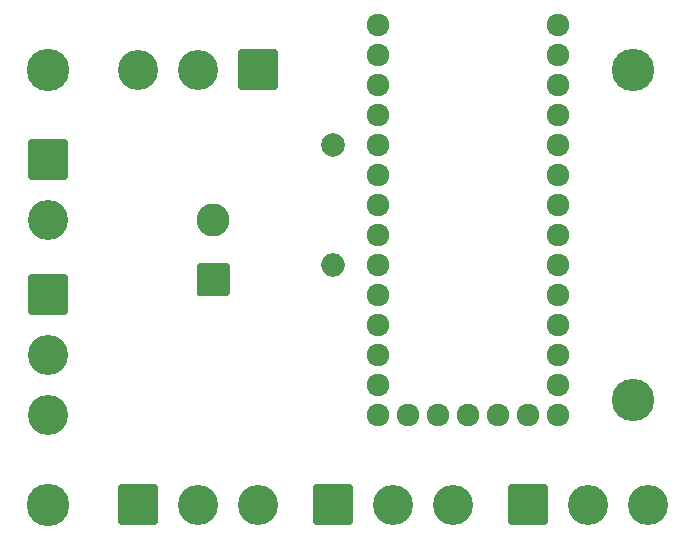
<source format=gbr>
G04 #@! TF.GenerationSoftware,KiCad,Pcbnew,(5.1.9)-1*
G04 #@! TF.CreationDate,2021-02-19T15:38:56-08:00*
G04 #@! TF.ProjectId,desklamp,6465736b-6c61-46d7-902e-6b696361645f,rev?*
G04 #@! TF.SameCoordinates,Original*
G04 #@! TF.FileFunction,Soldermask,Top*
G04 #@! TF.FilePolarity,Negative*
%FSLAX46Y46*%
G04 Gerber Fmt 4.6, Leading zero omitted, Abs format (unit mm)*
G04 Created by KiCad (PCBNEW (5.1.9)-1) date 2021-02-19 15:38:56*
%MOMM*%
%LPD*%
G01*
G04 APERTURE LIST*
%ADD10C,3.400000*%
%ADD11C,2.800000*%
%ADD12C,2.000000*%
%ADD13O,2.000000X2.000000*%
%ADD14C,3.600000*%
%ADD15C,1.924000*%
G04 APERTURE END LIST*
G36*
G01*
X153440000Y-79580000D02*
X156440000Y-79580000D01*
G75*
G02*
X156640000Y-79780000I0J-200000D01*
G01*
X156640000Y-82780000D01*
G75*
G02*
X156440000Y-82980000I-200000J0D01*
G01*
X153440000Y-82980000D01*
G75*
G02*
X153240000Y-82780000I0J200000D01*
G01*
X153240000Y-79780000D01*
G75*
G02*
X153440000Y-79580000I200000J0D01*
G01*
G37*
D10*
X154940000Y-86360000D03*
G36*
G01*
X170110000Y-92840000D02*
X167710000Y-92840000D01*
G75*
G02*
X167510000Y-92640000I0J200000D01*
G01*
X167510000Y-90240000D01*
G75*
G02*
X167710000Y-90040000I200000J0D01*
G01*
X170110000Y-90040000D01*
G75*
G02*
X170310000Y-90240000I0J-200000D01*
G01*
X170310000Y-92640000D01*
G75*
G02*
X170110000Y-92840000I-200000J0D01*
G01*
G37*
D11*
X168910000Y-86440000D03*
G36*
G01*
X174420000Y-72160000D02*
X174420000Y-75160000D01*
G75*
G02*
X174220000Y-75360000I-200000J0D01*
G01*
X171220000Y-75360000D01*
G75*
G02*
X171020000Y-75160000I0J200000D01*
G01*
X171020000Y-72160000D01*
G75*
G02*
X171220000Y-71960000I200000J0D01*
G01*
X174220000Y-71960000D01*
G75*
G02*
X174420000Y-72160000I0J-200000D01*
G01*
G37*
D10*
X167640000Y-73660000D03*
X162560000Y-73660000D03*
G36*
G01*
X177370000Y-111990000D02*
X177370000Y-108990000D01*
G75*
G02*
X177570000Y-108790000I200000J0D01*
G01*
X180570000Y-108790000D01*
G75*
G02*
X180770000Y-108990000I0J-200000D01*
G01*
X180770000Y-111990000D01*
G75*
G02*
X180570000Y-112190000I-200000J0D01*
G01*
X177570000Y-112190000D01*
G75*
G02*
X177370000Y-111990000I0J200000D01*
G01*
G37*
X184150000Y-110490000D03*
X189230000Y-110490000D03*
D12*
X179070000Y-80010000D03*
D13*
X179070000Y-90170000D03*
G36*
G01*
X153440000Y-91010000D02*
X156440000Y-91010000D01*
G75*
G02*
X156640000Y-91210000I0J-200000D01*
G01*
X156640000Y-94210000D01*
G75*
G02*
X156440000Y-94410000I-200000J0D01*
G01*
X153440000Y-94410000D01*
G75*
G02*
X153240000Y-94210000I0J200000D01*
G01*
X153240000Y-91210000D01*
G75*
G02*
X153440000Y-91010000I200000J0D01*
G01*
G37*
D10*
X154940000Y-97790000D03*
X154940000Y-102870000D03*
D14*
X204470000Y-101600000D03*
X154940000Y-110490000D03*
D10*
X205740000Y-110490000D03*
X200660000Y-110490000D03*
G36*
G01*
X193880000Y-111990000D02*
X193880000Y-108990000D01*
G75*
G02*
X194080000Y-108790000I200000J0D01*
G01*
X197080000Y-108790000D01*
G75*
G02*
X197280000Y-108990000I0J-200000D01*
G01*
X197280000Y-111990000D01*
G75*
G02*
X197080000Y-112190000I-200000J0D01*
G01*
X194080000Y-112190000D01*
G75*
G02*
X193880000Y-111990000I0J200000D01*
G01*
G37*
X172720000Y-110490000D03*
X167640000Y-110490000D03*
G36*
G01*
X160860000Y-111990000D02*
X160860000Y-108990000D01*
G75*
G02*
X161060000Y-108790000I200000J0D01*
G01*
X164060000Y-108790000D01*
G75*
G02*
X164260000Y-108990000I0J-200000D01*
G01*
X164260000Y-111990000D01*
G75*
G02*
X164060000Y-112190000I-200000J0D01*
G01*
X161060000Y-112190000D01*
G75*
G02*
X160860000Y-111990000I0J200000D01*
G01*
G37*
D14*
X204470000Y-73660000D03*
X154940000Y-73660000D03*
D15*
X182880000Y-69850000D03*
X182880000Y-72390000D03*
X182880000Y-74930000D03*
X182880000Y-77470000D03*
X182880000Y-80010000D03*
X182880000Y-82550000D03*
X182880000Y-85090000D03*
X182880000Y-87630000D03*
X182880000Y-90170000D03*
X182880000Y-92710000D03*
X182880000Y-95250000D03*
X182880000Y-97790000D03*
X182880000Y-100330000D03*
X182880000Y-102870000D03*
X185420000Y-102870000D03*
X187960000Y-102870000D03*
X190500000Y-102870000D03*
X193040000Y-102870000D03*
X195580000Y-102870000D03*
X198120000Y-102870000D03*
X198120000Y-100330000D03*
X198120000Y-97790000D03*
X198120000Y-95250000D03*
X198120000Y-92710000D03*
X198120000Y-90170000D03*
X198120000Y-87630000D03*
X198120000Y-85090000D03*
X198120000Y-82550000D03*
X198120000Y-80010000D03*
X198120000Y-77470000D03*
X198120000Y-74930000D03*
X198120000Y-72390000D03*
X198120000Y-69850000D03*
M02*

</source>
